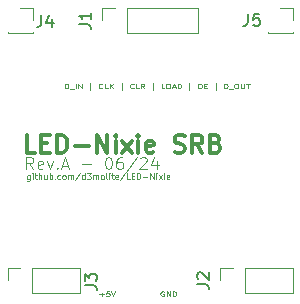
<source format=gbr>
%TF.GenerationSoftware,KiCad,Pcbnew,8.0.3*%
%TF.CreationDate,2024-07-13T19:45:59+02:00*%
%TF.ProjectId,Shift Register Board,53686966-7420-4526-9567-697374657220,rev?*%
%TF.SameCoordinates,Original*%
%TF.FileFunction,Legend,Top*%
%TF.FilePolarity,Positive*%
%FSLAX46Y46*%
G04 Gerber Fmt 4.6, Leading zero omitted, Abs format (unit mm)*
G04 Created by KiCad (PCBNEW 8.0.3) date 2024-07-13 19:45:59*
%MOMM*%
%LPD*%
G01*
G04 APERTURE LIST*
%ADD10C,0.100000*%
%ADD11C,0.300000*%
%ADD12C,0.150000*%
%ADD13C,0.120000*%
G04 APERTURE END LIST*
D10*
X64146741Y-84864895D02*
X64099122Y-84845847D01*
X64099122Y-84845847D02*
X64027693Y-84845847D01*
X64027693Y-84845847D02*
X63956265Y-84864895D01*
X63956265Y-84864895D02*
X63908646Y-84902990D01*
X63908646Y-84902990D02*
X63884836Y-84941085D01*
X63884836Y-84941085D02*
X63861027Y-85017276D01*
X63861027Y-85017276D02*
X63861027Y-85074419D01*
X63861027Y-85074419D02*
X63884836Y-85150609D01*
X63884836Y-85150609D02*
X63908646Y-85188704D01*
X63908646Y-85188704D02*
X63956265Y-85226800D01*
X63956265Y-85226800D02*
X64027693Y-85245847D01*
X64027693Y-85245847D02*
X64075312Y-85245847D01*
X64075312Y-85245847D02*
X64146741Y-85226800D01*
X64146741Y-85226800D02*
X64170550Y-85207752D01*
X64170550Y-85207752D02*
X64170550Y-85074419D01*
X64170550Y-85074419D02*
X64075312Y-85074419D01*
X64384836Y-85245847D02*
X64384836Y-84845847D01*
X64384836Y-84845847D02*
X64670550Y-85245847D01*
X64670550Y-85245847D02*
X64670550Y-84845847D01*
X64908646Y-85245847D02*
X64908646Y-84845847D01*
X64908646Y-84845847D02*
X65027694Y-84845847D01*
X65027694Y-84845847D02*
X65099122Y-84864895D01*
X65099122Y-84864895D02*
X65146741Y-84902990D01*
X65146741Y-84902990D02*
X65170551Y-84941085D01*
X65170551Y-84941085D02*
X65194360Y-85017276D01*
X65194360Y-85017276D02*
X65194360Y-85074419D01*
X65194360Y-85074419D02*
X65170551Y-85150609D01*
X65170551Y-85150609D02*
X65146741Y-85188704D01*
X65146741Y-85188704D02*
X65099122Y-85226800D01*
X65099122Y-85226800D02*
X65027694Y-85245847D01*
X65027694Y-85245847D02*
X64908646Y-85245847D01*
X58684836Y-85093466D02*
X59065789Y-85093466D01*
X58875312Y-85245847D02*
X58875312Y-84941085D01*
X59541979Y-84845847D02*
X59303884Y-84845847D01*
X59303884Y-84845847D02*
X59280075Y-85036323D01*
X59280075Y-85036323D02*
X59303884Y-85017276D01*
X59303884Y-85017276D02*
X59351503Y-84998228D01*
X59351503Y-84998228D02*
X59470551Y-84998228D01*
X59470551Y-84998228D02*
X59518170Y-85017276D01*
X59518170Y-85017276D02*
X59541979Y-85036323D01*
X59541979Y-85036323D02*
X59565789Y-85074419D01*
X59565789Y-85074419D02*
X59565789Y-85169657D01*
X59565789Y-85169657D02*
X59541979Y-85207752D01*
X59541979Y-85207752D02*
X59518170Y-85226800D01*
X59518170Y-85226800D02*
X59470551Y-85245847D01*
X59470551Y-85245847D02*
X59351503Y-85245847D01*
X59351503Y-85245847D02*
X59303884Y-85226800D01*
X59303884Y-85226800D02*
X59280075Y-85207752D01*
X59708646Y-84845847D02*
X59875312Y-85245847D01*
X59875312Y-85245847D02*
X60041979Y-84845847D01*
X55784836Y-67645847D02*
X55784836Y-67245847D01*
X55784836Y-67245847D02*
X55903884Y-67245847D01*
X55903884Y-67245847D02*
X55975312Y-67264895D01*
X55975312Y-67264895D02*
X56022931Y-67302990D01*
X56022931Y-67302990D02*
X56046741Y-67341085D01*
X56046741Y-67341085D02*
X56070550Y-67417276D01*
X56070550Y-67417276D02*
X56070550Y-67474419D01*
X56070550Y-67474419D02*
X56046741Y-67550609D01*
X56046741Y-67550609D02*
X56022931Y-67588704D01*
X56022931Y-67588704D02*
X55975312Y-67626800D01*
X55975312Y-67626800D02*
X55903884Y-67645847D01*
X55903884Y-67645847D02*
X55784836Y-67645847D01*
X56165789Y-67683942D02*
X56546741Y-67683942D01*
X56665788Y-67645847D02*
X56665788Y-67245847D01*
X56903883Y-67645847D02*
X56903883Y-67245847D01*
X56903883Y-67245847D02*
X57189597Y-67645847D01*
X57189597Y-67645847D02*
X57189597Y-67245847D01*
X57927693Y-67779180D02*
X57927693Y-67207752D01*
X58951501Y-67607752D02*
X58927692Y-67626800D01*
X58927692Y-67626800D02*
X58856263Y-67645847D01*
X58856263Y-67645847D02*
X58808644Y-67645847D01*
X58808644Y-67645847D02*
X58737216Y-67626800D01*
X58737216Y-67626800D02*
X58689597Y-67588704D01*
X58689597Y-67588704D02*
X58665787Y-67550609D01*
X58665787Y-67550609D02*
X58641978Y-67474419D01*
X58641978Y-67474419D02*
X58641978Y-67417276D01*
X58641978Y-67417276D02*
X58665787Y-67341085D01*
X58665787Y-67341085D02*
X58689597Y-67302990D01*
X58689597Y-67302990D02*
X58737216Y-67264895D01*
X58737216Y-67264895D02*
X58808644Y-67245847D01*
X58808644Y-67245847D02*
X58856263Y-67245847D01*
X58856263Y-67245847D02*
X58927692Y-67264895D01*
X58927692Y-67264895D02*
X58951501Y-67283942D01*
X59403882Y-67645847D02*
X59165787Y-67645847D01*
X59165787Y-67645847D02*
X59165787Y-67245847D01*
X59570549Y-67645847D02*
X59570549Y-67245847D01*
X59856263Y-67645847D02*
X59641978Y-67417276D01*
X59856263Y-67245847D02*
X59570549Y-67474419D01*
X60570549Y-67779180D02*
X60570549Y-67207752D01*
X61594357Y-67607752D02*
X61570548Y-67626800D01*
X61570548Y-67626800D02*
X61499119Y-67645847D01*
X61499119Y-67645847D02*
X61451500Y-67645847D01*
X61451500Y-67645847D02*
X61380072Y-67626800D01*
X61380072Y-67626800D02*
X61332453Y-67588704D01*
X61332453Y-67588704D02*
X61308643Y-67550609D01*
X61308643Y-67550609D02*
X61284834Y-67474419D01*
X61284834Y-67474419D02*
X61284834Y-67417276D01*
X61284834Y-67417276D02*
X61308643Y-67341085D01*
X61308643Y-67341085D02*
X61332453Y-67302990D01*
X61332453Y-67302990D02*
X61380072Y-67264895D01*
X61380072Y-67264895D02*
X61451500Y-67245847D01*
X61451500Y-67245847D02*
X61499119Y-67245847D01*
X61499119Y-67245847D02*
X61570548Y-67264895D01*
X61570548Y-67264895D02*
X61594357Y-67283942D01*
X62046738Y-67645847D02*
X61808643Y-67645847D01*
X61808643Y-67645847D02*
X61808643Y-67245847D01*
X62499119Y-67645847D02*
X62332453Y-67455371D01*
X62213405Y-67645847D02*
X62213405Y-67245847D01*
X62213405Y-67245847D02*
X62403881Y-67245847D01*
X62403881Y-67245847D02*
X62451500Y-67264895D01*
X62451500Y-67264895D02*
X62475310Y-67283942D01*
X62475310Y-67283942D02*
X62499119Y-67322038D01*
X62499119Y-67322038D02*
X62499119Y-67379180D01*
X62499119Y-67379180D02*
X62475310Y-67417276D01*
X62475310Y-67417276D02*
X62451500Y-67436323D01*
X62451500Y-67436323D02*
X62403881Y-67455371D01*
X62403881Y-67455371D02*
X62213405Y-67455371D01*
X63213405Y-67779180D02*
X63213405Y-67207752D01*
X64189594Y-67645847D02*
X63951499Y-67645847D01*
X63951499Y-67645847D02*
X63951499Y-67245847D01*
X64451499Y-67245847D02*
X64546737Y-67245847D01*
X64546737Y-67245847D02*
X64594356Y-67264895D01*
X64594356Y-67264895D02*
X64641975Y-67302990D01*
X64641975Y-67302990D02*
X64665785Y-67379180D01*
X64665785Y-67379180D02*
X64665785Y-67512514D01*
X64665785Y-67512514D02*
X64641975Y-67588704D01*
X64641975Y-67588704D02*
X64594356Y-67626800D01*
X64594356Y-67626800D02*
X64546737Y-67645847D01*
X64546737Y-67645847D02*
X64451499Y-67645847D01*
X64451499Y-67645847D02*
X64403880Y-67626800D01*
X64403880Y-67626800D02*
X64356261Y-67588704D01*
X64356261Y-67588704D02*
X64332452Y-67512514D01*
X64332452Y-67512514D02*
X64332452Y-67379180D01*
X64332452Y-67379180D02*
X64356261Y-67302990D01*
X64356261Y-67302990D02*
X64403880Y-67264895D01*
X64403880Y-67264895D02*
X64451499Y-67245847D01*
X64856262Y-67531561D02*
X65094357Y-67531561D01*
X64808643Y-67645847D02*
X64975309Y-67245847D01*
X64975309Y-67245847D02*
X65141976Y-67645847D01*
X65308642Y-67645847D02*
X65308642Y-67245847D01*
X65308642Y-67245847D02*
X65427690Y-67245847D01*
X65427690Y-67245847D02*
X65499118Y-67264895D01*
X65499118Y-67264895D02*
X65546737Y-67302990D01*
X65546737Y-67302990D02*
X65570547Y-67341085D01*
X65570547Y-67341085D02*
X65594356Y-67417276D01*
X65594356Y-67417276D02*
X65594356Y-67474419D01*
X65594356Y-67474419D02*
X65570547Y-67550609D01*
X65570547Y-67550609D02*
X65546737Y-67588704D01*
X65546737Y-67588704D02*
X65499118Y-67626800D01*
X65499118Y-67626800D02*
X65427690Y-67645847D01*
X65427690Y-67645847D02*
X65308642Y-67645847D01*
X66308642Y-67779180D02*
X66308642Y-67207752D01*
X67141974Y-67245847D02*
X67237212Y-67245847D01*
X67237212Y-67245847D02*
X67284831Y-67264895D01*
X67284831Y-67264895D02*
X67332450Y-67302990D01*
X67332450Y-67302990D02*
X67356260Y-67379180D01*
X67356260Y-67379180D02*
X67356260Y-67512514D01*
X67356260Y-67512514D02*
X67332450Y-67588704D01*
X67332450Y-67588704D02*
X67284831Y-67626800D01*
X67284831Y-67626800D02*
X67237212Y-67645847D01*
X67237212Y-67645847D02*
X67141974Y-67645847D01*
X67141974Y-67645847D02*
X67094355Y-67626800D01*
X67094355Y-67626800D02*
X67046736Y-67588704D01*
X67046736Y-67588704D02*
X67022927Y-67512514D01*
X67022927Y-67512514D02*
X67022927Y-67379180D01*
X67022927Y-67379180D02*
X67046736Y-67302990D01*
X67046736Y-67302990D02*
X67094355Y-67264895D01*
X67094355Y-67264895D02*
X67141974Y-67245847D01*
X67570546Y-67436323D02*
X67737213Y-67436323D01*
X67808641Y-67645847D02*
X67570546Y-67645847D01*
X67570546Y-67645847D02*
X67570546Y-67245847D01*
X67570546Y-67245847D02*
X67808641Y-67245847D01*
X68522927Y-67779180D02*
X68522927Y-67207752D01*
X69261021Y-67645847D02*
X69261021Y-67245847D01*
X69261021Y-67245847D02*
X69380069Y-67245847D01*
X69380069Y-67245847D02*
X69451497Y-67264895D01*
X69451497Y-67264895D02*
X69499116Y-67302990D01*
X69499116Y-67302990D02*
X69522926Y-67341085D01*
X69522926Y-67341085D02*
X69546735Y-67417276D01*
X69546735Y-67417276D02*
X69546735Y-67474419D01*
X69546735Y-67474419D02*
X69522926Y-67550609D01*
X69522926Y-67550609D02*
X69499116Y-67588704D01*
X69499116Y-67588704D02*
X69451497Y-67626800D01*
X69451497Y-67626800D02*
X69380069Y-67645847D01*
X69380069Y-67645847D02*
X69261021Y-67645847D01*
X69641974Y-67683942D02*
X70022926Y-67683942D01*
X70237211Y-67245847D02*
X70332449Y-67245847D01*
X70332449Y-67245847D02*
X70380068Y-67264895D01*
X70380068Y-67264895D02*
X70427687Y-67302990D01*
X70427687Y-67302990D02*
X70451497Y-67379180D01*
X70451497Y-67379180D02*
X70451497Y-67512514D01*
X70451497Y-67512514D02*
X70427687Y-67588704D01*
X70427687Y-67588704D02*
X70380068Y-67626800D01*
X70380068Y-67626800D02*
X70332449Y-67645847D01*
X70332449Y-67645847D02*
X70237211Y-67645847D01*
X70237211Y-67645847D02*
X70189592Y-67626800D01*
X70189592Y-67626800D02*
X70141973Y-67588704D01*
X70141973Y-67588704D02*
X70118164Y-67512514D01*
X70118164Y-67512514D02*
X70118164Y-67379180D01*
X70118164Y-67379180D02*
X70141973Y-67302990D01*
X70141973Y-67302990D02*
X70189592Y-67264895D01*
X70189592Y-67264895D02*
X70237211Y-67245847D01*
X70665783Y-67245847D02*
X70665783Y-67569657D01*
X70665783Y-67569657D02*
X70689593Y-67607752D01*
X70689593Y-67607752D02*
X70713402Y-67626800D01*
X70713402Y-67626800D02*
X70761021Y-67645847D01*
X70761021Y-67645847D02*
X70856259Y-67645847D01*
X70856259Y-67645847D02*
X70903878Y-67626800D01*
X70903878Y-67626800D02*
X70927688Y-67607752D01*
X70927688Y-67607752D02*
X70951497Y-67569657D01*
X70951497Y-67569657D02*
X70951497Y-67245847D01*
X71118165Y-67245847D02*
X71403879Y-67245847D01*
X71261022Y-67645847D02*
X71261022Y-67245847D01*
D11*
X53268796Y-73100828D02*
X52554510Y-73100828D01*
X52554510Y-73100828D02*
X52554510Y-71600828D01*
X53768796Y-72315114D02*
X54268796Y-72315114D01*
X54483082Y-73100828D02*
X53768796Y-73100828D01*
X53768796Y-73100828D02*
X53768796Y-71600828D01*
X53768796Y-71600828D02*
X54483082Y-71600828D01*
X55125939Y-73100828D02*
X55125939Y-71600828D01*
X55125939Y-71600828D02*
X55483082Y-71600828D01*
X55483082Y-71600828D02*
X55697368Y-71672257D01*
X55697368Y-71672257D02*
X55840225Y-71815114D01*
X55840225Y-71815114D02*
X55911654Y-71957971D01*
X55911654Y-71957971D02*
X55983082Y-72243685D01*
X55983082Y-72243685D02*
X55983082Y-72457971D01*
X55983082Y-72457971D02*
X55911654Y-72743685D01*
X55911654Y-72743685D02*
X55840225Y-72886542D01*
X55840225Y-72886542D02*
X55697368Y-73029400D01*
X55697368Y-73029400D02*
X55483082Y-73100828D01*
X55483082Y-73100828D02*
X55125939Y-73100828D01*
X56625939Y-72529400D02*
X57768797Y-72529400D01*
X58483082Y-73100828D02*
X58483082Y-71600828D01*
X58483082Y-71600828D02*
X59340225Y-73100828D01*
X59340225Y-73100828D02*
X59340225Y-71600828D01*
X60054511Y-73100828D02*
X60054511Y-72100828D01*
X60054511Y-71600828D02*
X59983083Y-71672257D01*
X59983083Y-71672257D02*
X60054511Y-71743685D01*
X60054511Y-71743685D02*
X60125940Y-71672257D01*
X60125940Y-71672257D02*
X60054511Y-71600828D01*
X60054511Y-71600828D02*
X60054511Y-71743685D01*
X60625940Y-73100828D02*
X61411655Y-72100828D01*
X60625940Y-72100828D02*
X61411655Y-73100828D01*
X61983083Y-73100828D02*
X61983083Y-72100828D01*
X61983083Y-71600828D02*
X61911655Y-71672257D01*
X61911655Y-71672257D02*
X61983083Y-71743685D01*
X61983083Y-71743685D02*
X62054512Y-71672257D01*
X62054512Y-71672257D02*
X61983083Y-71600828D01*
X61983083Y-71600828D02*
X61983083Y-71743685D01*
X63268798Y-73029400D02*
X63125941Y-73100828D01*
X63125941Y-73100828D02*
X62840227Y-73100828D01*
X62840227Y-73100828D02*
X62697369Y-73029400D01*
X62697369Y-73029400D02*
X62625941Y-72886542D01*
X62625941Y-72886542D02*
X62625941Y-72315114D01*
X62625941Y-72315114D02*
X62697369Y-72172257D01*
X62697369Y-72172257D02*
X62840227Y-72100828D01*
X62840227Y-72100828D02*
X63125941Y-72100828D01*
X63125941Y-72100828D02*
X63268798Y-72172257D01*
X63268798Y-72172257D02*
X63340227Y-72315114D01*
X63340227Y-72315114D02*
X63340227Y-72457971D01*
X63340227Y-72457971D02*
X62625941Y-72600828D01*
X65054512Y-73029400D02*
X65268798Y-73100828D01*
X65268798Y-73100828D02*
X65625940Y-73100828D01*
X65625940Y-73100828D02*
X65768798Y-73029400D01*
X65768798Y-73029400D02*
X65840226Y-72957971D01*
X65840226Y-72957971D02*
X65911655Y-72815114D01*
X65911655Y-72815114D02*
X65911655Y-72672257D01*
X65911655Y-72672257D02*
X65840226Y-72529400D01*
X65840226Y-72529400D02*
X65768798Y-72457971D01*
X65768798Y-72457971D02*
X65625940Y-72386542D01*
X65625940Y-72386542D02*
X65340226Y-72315114D01*
X65340226Y-72315114D02*
X65197369Y-72243685D01*
X65197369Y-72243685D02*
X65125940Y-72172257D01*
X65125940Y-72172257D02*
X65054512Y-72029400D01*
X65054512Y-72029400D02*
X65054512Y-71886542D01*
X65054512Y-71886542D02*
X65125940Y-71743685D01*
X65125940Y-71743685D02*
X65197369Y-71672257D01*
X65197369Y-71672257D02*
X65340226Y-71600828D01*
X65340226Y-71600828D02*
X65697369Y-71600828D01*
X65697369Y-71600828D02*
X65911655Y-71672257D01*
X67411654Y-73100828D02*
X66911654Y-72386542D01*
X66554511Y-73100828D02*
X66554511Y-71600828D01*
X66554511Y-71600828D02*
X67125940Y-71600828D01*
X67125940Y-71600828D02*
X67268797Y-71672257D01*
X67268797Y-71672257D02*
X67340226Y-71743685D01*
X67340226Y-71743685D02*
X67411654Y-71886542D01*
X67411654Y-71886542D02*
X67411654Y-72100828D01*
X67411654Y-72100828D02*
X67340226Y-72243685D01*
X67340226Y-72243685D02*
X67268797Y-72315114D01*
X67268797Y-72315114D02*
X67125940Y-72386542D01*
X67125940Y-72386542D02*
X66554511Y-72386542D01*
X68554511Y-72315114D02*
X68768797Y-72386542D01*
X68768797Y-72386542D02*
X68840226Y-72457971D01*
X68840226Y-72457971D02*
X68911654Y-72600828D01*
X68911654Y-72600828D02*
X68911654Y-72815114D01*
X68911654Y-72815114D02*
X68840226Y-72957971D01*
X68840226Y-72957971D02*
X68768797Y-73029400D01*
X68768797Y-73029400D02*
X68625940Y-73100828D01*
X68625940Y-73100828D02*
X68054511Y-73100828D01*
X68054511Y-73100828D02*
X68054511Y-71600828D01*
X68054511Y-71600828D02*
X68554511Y-71600828D01*
X68554511Y-71600828D02*
X68697369Y-71672257D01*
X68697369Y-71672257D02*
X68768797Y-71743685D01*
X68768797Y-71743685D02*
X68840226Y-71886542D01*
X68840226Y-71886542D02*
X68840226Y-72029400D01*
X68840226Y-72029400D02*
X68768797Y-72172257D01*
X68768797Y-72172257D02*
X68697369Y-72243685D01*
X68697369Y-72243685D02*
X68554511Y-72315114D01*
X68554511Y-72315114D02*
X68054511Y-72315114D01*
D10*
X53075312Y-74472419D02*
X52741979Y-73996228D01*
X52503884Y-74472419D02*
X52503884Y-73472419D01*
X52503884Y-73472419D02*
X52884836Y-73472419D01*
X52884836Y-73472419D02*
X52980074Y-73520038D01*
X52980074Y-73520038D02*
X53027693Y-73567657D01*
X53027693Y-73567657D02*
X53075312Y-73662895D01*
X53075312Y-73662895D02*
X53075312Y-73805752D01*
X53075312Y-73805752D02*
X53027693Y-73900990D01*
X53027693Y-73900990D02*
X52980074Y-73948609D01*
X52980074Y-73948609D02*
X52884836Y-73996228D01*
X52884836Y-73996228D02*
X52503884Y-73996228D01*
X53884836Y-74424800D02*
X53789598Y-74472419D01*
X53789598Y-74472419D02*
X53599122Y-74472419D01*
X53599122Y-74472419D02*
X53503884Y-74424800D01*
X53503884Y-74424800D02*
X53456265Y-74329561D01*
X53456265Y-74329561D02*
X53456265Y-73948609D01*
X53456265Y-73948609D02*
X53503884Y-73853371D01*
X53503884Y-73853371D02*
X53599122Y-73805752D01*
X53599122Y-73805752D02*
X53789598Y-73805752D01*
X53789598Y-73805752D02*
X53884836Y-73853371D01*
X53884836Y-73853371D02*
X53932455Y-73948609D01*
X53932455Y-73948609D02*
X53932455Y-74043847D01*
X53932455Y-74043847D02*
X53456265Y-74139085D01*
X54265789Y-73805752D02*
X54503884Y-74472419D01*
X54503884Y-74472419D02*
X54741979Y-73805752D01*
X55122932Y-74377180D02*
X55170551Y-74424800D01*
X55170551Y-74424800D02*
X55122932Y-74472419D01*
X55122932Y-74472419D02*
X55075313Y-74424800D01*
X55075313Y-74424800D02*
X55122932Y-74377180D01*
X55122932Y-74377180D02*
X55122932Y-74472419D01*
X55551503Y-74186704D02*
X56027693Y-74186704D01*
X55456265Y-74472419D02*
X55789598Y-73472419D01*
X55789598Y-73472419D02*
X56122931Y-74472419D01*
X57218170Y-74091466D02*
X57980075Y-74091466D01*
X59408646Y-73472419D02*
X59503884Y-73472419D01*
X59503884Y-73472419D02*
X59599122Y-73520038D01*
X59599122Y-73520038D02*
X59646741Y-73567657D01*
X59646741Y-73567657D02*
X59694360Y-73662895D01*
X59694360Y-73662895D02*
X59741979Y-73853371D01*
X59741979Y-73853371D02*
X59741979Y-74091466D01*
X59741979Y-74091466D02*
X59694360Y-74281942D01*
X59694360Y-74281942D02*
X59646741Y-74377180D01*
X59646741Y-74377180D02*
X59599122Y-74424800D01*
X59599122Y-74424800D02*
X59503884Y-74472419D01*
X59503884Y-74472419D02*
X59408646Y-74472419D01*
X59408646Y-74472419D02*
X59313408Y-74424800D01*
X59313408Y-74424800D02*
X59265789Y-74377180D01*
X59265789Y-74377180D02*
X59218170Y-74281942D01*
X59218170Y-74281942D02*
X59170551Y-74091466D01*
X59170551Y-74091466D02*
X59170551Y-73853371D01*
X59170551Y-73853371D02*
X59218170Y-73662895D01*
X59218170Y-73662895D02*
X59265789Y-73567657D01*
X59265789Y-73567657D02*
X59313408Y-73520038D01*
X59313408Y-73520038D02*
X59408646Y-73472419D01*
X60599122Y-73472419D02*
X60408646Y-73472419D01*
X60408646Y-73472419D02*
X60313408Y-73520038D01*
X60313408Y-73520038D02*
X60265789Y-73567657D01*
X60265789Y-73567657D02*
X60170551Y-73710514D01*
X60170551Y-73710514D02*
X60122932Y-73900990D01*
X60122932Y-73900990D02*
X60122932Y-74281942D01*
X60122932Y-74281942D02*
X60170551Y-74377180D01*
X60170551Y-74377180D02*
X60218170Y-74424800D01*
X60218170Y-74424800D02*
X60313408Y-74472419D01*
X60313408Y-74472419D02*
X60503884Y-74472419D01*
X60503884Y-74472419D02*
X60599122Y-74424800D01*
X60599122Y-74424800D02*
X60646741Y-74377180D01*
X60646741Y-74377180D02*
X60694360Y-74281942D01*
X60694360Y-74281942D02*
X60694360Y-74043847D01*
X60694360Y-74043847D02*
X60646741Y-73948609D01*
X60646741Y-73948609D02*
X60599122Y-73900990D01*
X60599122Y-73900990D02*
X60503884Y-73853371D01*
X60503884Y-73853371D02*
X60313408Y-73853371D01*
X60313408Y-73853371D02*
X60218170Y-73900990D01*
X60218170Y-73900990D02*
X60170551Y-73948609D01*
X60170551Y-73948609D02*
X60122932Y-74043847D01*
X61837217Y-73424800D02*
X60980075Y-74710514D01*
X62122932Y-73567657D02*
X62170551Y-73520038D01*
X62170551Y-73520038D02*
X62265789Y-73472419D01*
X62265789Y-73472419D02*
X62503884Y-73472419D01*
X62503884Y-73472419D02*
X62599122Y-73520038D01*
X62599122Y-73520038D02*
X62646741Y-73567657D01*
X62646741Y-73567657D02*
X62694360Y-73662895D01*
X62694360Y-73662895D02*
X62694360Y-73758133D01*
X62694360Y-73758133D02*
X62646741Y-73900990D01*
X62646741Y-73900990D02*
X62075313Y-74472419D01*
X62075313Y-74472419D02*
X62694360Y-74472419D01*
X63551503Y-73805752D02*
X63551503Y-74472419D01*
X63313408Y-73424800D02*
X63075313Y-74139085D01*
X63075313Y-74139085D02*
X63694360Y-74139085D01*
X52799122Y-75000276D02*
X52799122Y-75405038D01*
X52799122Y-75405038D02*
X52775312Y-75452657D01*
X52775312Y-75452657D02*
X52751503Y-75476466D01*
X52751503Y-75476466D02*
X52703884Y-75500276D01*
X52703884Y-75500276D02*
X52632455Y-75500276D01*
X52632455Y-75500276D02*
X52584836Y-75476466D01*
X52799122Y-75309800D02*
X52751503Y-75333609D01*
X52751503Y-75333609D02*
X52656265Y-75333609D01*
X52656265Y-75333609D02*
X52608646Y-75309800D01*
X52608646Y-75309800D02*
X52584836Y-75285990D01*
X52584836Y-75285990D02*
X52561027Y-75238371D01*
X52561027Y-75238371D02*
X52561027Y-75095514D01*
X52561027Y-75095514D02*
X52584836Y-75047895D01*
X52584836Y-75047895D02*
X52608646Y-75024085D01*
X52608646Y-75024085D02*
X52656265Y-75000276D01*
X52656265Y-75000276D02*
X52751503Y-75000276D01*
X52751503Y-75000276D02*
X52799122Y-75024085D01*
X53037217Y-75333609D02*
X53037217Y-75000276D01*
X53037217Y-74833609D02*
X53013408Y-74857419D01*
X53013408Y-74857419D02*
X53037217Y-74881228D01*
X53037217Y-74881228D02*
X53061027Y-74857419D01*
X53061027Y-74857419D02*
X53037217Y-74833609D01*
X53037217Y-74833609D02*
X53037217Y-74881228D01*
X53203884Y-75000276D02*
X53394360Y-75000276D01*
X53275312Y-74833609D02*
X53275312Y-75262180D01*
X53275312Y-75262180D02*
X53299122Y-75309800D01*
X53299122Y-75309800D02*
X53346741Y-75333609D01*
X53346741Y-75333609D02*
X53394360Y-75333609D01*
X53561026Y-75333609D02*
X53561026Y-74833609D01*
X53775312Y-75333609D02*
X53775312Y-75071704D01*
X53775312Y-75071704D02*
X53751502Y-75024085D01*
X53751502Y-75024085D02*
X53703883Y-75000276D01*
X53703883Y-75000276D02*
X53632455Y-75000276D01*
X53632455Y-75000276D02*
X53584836Y-75024085D01*
X53584836Y-75024085D02*
X53561026Y-75047895D01*
X54227693Y-75000276D02*
X54227693Y-75333609D01*
X54013407Y-75000276D02*
X54013407Y-75262180D01*
X54013407Y-75262180D02*
X54037217Y-75309800D01*
X54037217Y-75309800D02*
X54084836Y-75333609D01*
X54084836Y-75333609D02*
X54156264Y-75333609D01*
X54156264Y-75333609D02*
X54203883Y-75309800D01*
X54203883Y-75309800D02*
X54227693Y-75285990D01*
X54465788Y-75333609D02*
X54465788Y-74833609D01*
X54465788Y-75024085D02*
X54513407Y-75000276D01*
X54513407Y-75000276D02*
X54608645Y-75000276D01*
X54608645Y-75000276D02*
X54656264Y-75024085D01*
X54656264Y-75024085D02*
X54680074Y-75047895D01*
X54680074Y-75047895D02*
X54703883Y-75095514D01*
X54703883Y-75095514D02*
X54703883Y-75238371D01*
X54703883Y-75238371D02*
X54680074Y-75285990D01*
X54680074Y-75285990D02*
X54656264Y-75309800D01*
X54656264Y-75309800D02*
X54608645Y-75333609D01*
X54608645Y-75333609D02*
X54513407Y-75333609D01*
X54513407Y-75333609D02*
X54465788Y-75309800D01*
X54918169Y-75285990D02*
X54941979Y-75309800D01*
X54941979Y-75309800D02*
X54918169Y-75333609D01*
X54918169Y-75333609D02*
X54894360Y-75309800D01*
X54894360Y-75309800D02*
X54918169Y-75285990D01*
X54918169Y-75285990D02*
X54918169Y-75333609D01*
X55370550Y-75309800D02*
X55322931Y-75333609D01*
X55322931Y-75333609D02*
X55227693Y-75333609D01*
X55227693Y-75333609D02*
X55180074Y-75309800D01*
X55180074Y-75309800D02*
X55156264Y-75285990D01*
X55156264Y-75285990D02*
X55132455Y-75238371D01*
X55132455Y-75238371D02*
X55132455Y-75095514D01*
X55132455Y-75095514D02*
X55156264Y-75047895D01*
X55156264Y-75047895D02*
X55180074Y-75024085D01*
X55180074Y-75024085D02*
X55227693Y-75000276D01*
X55227693Y-75000276D02*
X55322931Y-75000276D01*
X55322931Y-75000276D02*
X55370550Y-75024085D01*
X55656264Y-75333609D02*
X55608645Y-75309800D01*
X55608645Y-75309800D02*
X55584835Y-75285990D01*
X55584835Y-75285990D02*
X55561026Y-75238371D01*
X55561026Y-75238371D02*
X55561026Y-75095514D01*
X55561026Y-75095514D02*
X55584835Y-75047895D01*
X55584835Y-75047895D02*
X55608645Y-75024085D01*
X55608645Y-75024085D02*
X55656264Y-75000276D01*
X55656264Y-75000276D02*
X55727692Y-75000276D01*
X55727692Y-75000276D02*
X55775311Y-75024085D01*
X55775311Y-75024085D02*
X55799121Y-75047895D01*
X55799121Y-75047895D02*
X55822930Y-75095514D01*
X55822930Y-75095514D02*
X55822930Y-75238371D01*
X55822930Y-75238371D02*
X55799121Y-75285990D01*
X55799121Y-75285990D02*
X55775311Y-75309800D01*
X55775311Y-75309800D02*
X55727692Y-75333609D01*
X55727692Y-75333609D02*
X55656264Y-75333609D01*
X56037216Y-75333609D02*
X56037216Y-75000276D01*
X56037216Y-75047895D02*
X56061026Y-75024085D01*
X56061026Y-75024085D02*
X56108645Y-75000276D01*
X56108645Y-75000276D02*
X56180073Y-75000276D01*
X56180073Y-75000276D02*
X56227692Y-75024085D01*
X56227692Y-75024085D02*
X56251502Y-75071704D01*
X56251502Y-75071704D02*
X56251502Y-75333609D01*
X56251502Y-75071704D02*
X56275311Y-75024085D01*
X56275311Y-75024085D02*
X56322930Y-75000276D01*
X56322930Y-75000276D02*
X56394359Y-75000276D01*
X56394359Y-75000276D02*
X56441978Y-75024085D01*
X56441978Y-75024085D02*
X56465788Y-75071704D01*
X56465788Y-75071704D02*
X56465788Y-75333609D01*
X57061026Y-74809800D02*
X56632455Y-75452657D01*
X57441979Y-75333609D02*
X57441979Y-74833609D01*
X57441979Y-75309800D02*
X57394360Y-75333609D01*
X57394360Y-75333609D02*
X57299122Y-75333609D01*
X57299122Y-75333609D02*
X57251503Y-75309800D01*
X57251503Y-75309800D02*
X57227693Y-75285990D01*
X57227693Y-75285990D02*
X57203884Y-75238371D01*
X57203884Y-75238371D02*
X57203884Y-75095514D01*
X57203884Y-75095514D02*
X57227693Y-75047895D01*
X57227693Y-75047895D02*
X57251503Y-75024085D01*
X57251503Y-75024085D02*
X57299122Y-75000276D01*
X57299122Y-75000276D02*
X57394360Y-75000276D01*
X57394360Y-75000276D02*
X57441979Y-75024085D01*
X57632455Y-74833609D02*
X57941979Y-74833609D01*
X57941979Y-74833609D02*
X57775312Y-75024085D01*
X57775312Y-75024085D02*
X57846741Y-75024085D01*
X57846741Y-75024085D02*
X57894360Y-75047895D01*
X57894360Y-75047895D02*
X57918169Y-75071704D01*
X57918169Y-75071704D02*
X57941979Y-75119323D01*
X57941979Y-75119323D02*
X57941979Y-75238371D01*
X57941979Y-75238371D02*
X57918169Y-75285990D01*
X57918169Y-75285990D02*
X57894360Y-75309800D01*
X57894360Y-75309800D02*
X57846741Y-75333609D01*
X57846741Y-75333609D02*
X57703884Y-75333609D01*
X57703884Y-75333609D02*
X57656265Y-75309800D01*
X57656265Y-75309800D02*
X57632455Y-75285990D01*
X58156264Y-75333609D02*
X58156264Y-75000276D01*
X58156264Y-75047895D02*
X58180074Y-75024085D01*
X58180074Y-75024085D02*
X58227693Y-75000276D01*
X58227693Y-75000276D02*
X58299121Y-75000276D01*
X58299121Y-75000276D02*
X58346740Y-75024085D01*
X58346740Y-75024085D02*
X58370550Y-75071704D01*
X58370550Y-75071704D02*
X58370550Y-75333609D01*
X58370550Y-75071704D02*
X58394359Y-75024085D01*
X58394359Y-75024085D02*
X58441978Y-75000276D01*
X58441978Y-75000276D02*
X58513407Y-75000276D01*
X58513407Y-75000276D02*
X58561026Y-75024085D01*
X58561026Y-75024085D02*
X58584836Y-75071704D01*
X58584836Y-75071704D02*
X58584836Y-75333609D01*
X58894360Y-75333609D02*
X58846741Y-75309800D01*
X58846741Y-75309800D02*
X58822931Y-75285990D01*
X58822931Y-75285990D02*
X58799122Y-75238371D01*
X58799122Y-75238371D02*
X58799122Y-75095514D01*
X58799122Y-75095514D02*
X58822931Y-75047895D01*
X58822931Y-75047895D02*
X58846741Y-75024085D01*
X58846741Y-75024085D02*
X58894360Y-75000276D01*
X58894360Y-75000276D02*
X58965788Y-75000276D01*
X58965788Y-75000276D02*
X59013407Y-75024085D01*
X59013407Y-75024085D02*
X59037217Y-75047895D01*
X59037217Y-75047895D02*
X59061026Y-75095514D01*
X59061026Y-75095514D02*
X59061026Y-75238371D01*
X59061026Y-75238371D02*
X59037217Y-75285990D01*
X59037217Y-75285990D02*
X59013407Y-75309800D01*
X59013407Y-75309800D02*
X58965788Y-75333609D01*
X58965788Y-75333609D02*
X58894360Y-75333609D01*
X59346741Y-75333609D02*
X59299122Y-75309800D01*
X59299122Y-75309800D02*
X59275312Y-75262180D01*
X59275312Y-75262180D02*
X59275312Y-74833609D01*
X59537217Y-75333609D02*
X59537217Y-75000276D01*
X59537217Y-74833609D02*
X59513408Y-74857419D01*
X59513408Y-74857419D02*
X59537217Y-74881228D01*
X59537217Y-74881228D02*
X59561027Y-74857419D01*
X59561027Y-74857419D02*
X59537217Y-74833609D01*
X59537217Y-74833609D02*
X59537217Y-74881228D01*
X59703884Y-75000276D02*
X59894360Y-75000276D01*
X59775312Y-74833609D02*
X59775312Y-75262180D01*
X59775312Y-75262180D02*
X59799122Y-75309800D01*
X59799122Y-75309800D02*
X59846741Y-75333609D01*
X59846741Y-75333609D02*
X59894360Y-75333609D01*
X60251502Y-75309800D02*
X60203883Y-75333609D01*
X60203883Y-75333609D02*
X60108645Y-75333609D01*
X60108645Y-75333609D02*
X60061026Y-75309800D01*
X60061026Y-75309800D02*
X60037217Y-75262180D01*
X60037217Y-75262180D02*
X60037217Y-75071704D01*
X60037217Y-75071704D02*
X60061026Y-75024085D01*
X60061026Y-75024085D02*
X60108645Y-75000276D01*
X60108645Y-75000276D02*
X60203883Y-75000276D01*
X60203883Y-75000276D02*
X60251502Y-75024085D01*
X60251502Y-75024085D02*
X60275312Y-75071704D01*
X60275312Y-75071704D02*
X60275312Y-75119323D01*
X60275312Y-75119323D02*
X60037217Y-75166942D01*
X60846740Y-74809800D02*
X60418169Y-75452657D01*
X61251502Y-75333609D02*
X61013407Y-75333609D01*
X61013407Y-75333609D02*
X61013407Y-74833609D01*
X61418169Y-75071704D02*
X61584836Y-75071704D01*
X61656264Y-75333609D02*
X61418169Y-75333609D01*
X61418169Y-75333609D02*
X61418169Y-74833609D01*
X61418169Y-74833609D02*
X61656264Y-74833609D01*
X61870550Y-75333609D02*
X61870550Y-74833609D01*
X61870550Y-74833609D02*
X61989598Y-74833609D01*
X61989598Y-74833609D02*
X62061026Y-74857419D01*
X62061026Y-74857419D02*
X62108645Y-74905038D01*
X62108645Y-74905038D02*
X62132455Y-74952657D01*
X62132455Y-74952657D02*
X62156264Y-75047895D01*
X62156264Y-75047895D02*
X62156264Y-75119323D01*
X62156264Y-75119323D02*
X62132455Y-75214561D01*
X62132455Y-75214561D02*
X62108645Y-75262180D01*
X62108645Y-75262180D02*
X62061026Y-75309800D01*
X62061026Y-75309800D02*
X61989598Y-75333609D01*
X61989598Y-75333609D02*
X61870550Y-75333609D01*
X62370550Y-75143133D02*
X62751503Y-75143133D01*
X62989598Y-75333609D02*
X62989598Y-74833609D01*
X62989598Y-74833609D02*
X63275312Y-75333609D01*
X63275312Y-75333609D02*
X63275312Y-74833609D01*
X63513408Y-75333609D02*
X63513408Y-75000276D01*
X63513408Y-74833609D02*
X63489599Y-74857419D01*
X63489599Y-74857419D02*
X63513408Y-74881228D01*
X63513408Y-74881228D02*
X63537218Y-74857419D01*
X63537218Y-74857419D02*
X63513408Y-74833609D01*
X63513408Y-74833609D02*
X63513408Y-74881228D01*
X63703884Y-75333609D02*
X63965789Y-75000276D01*
X63703884Y-75000276D02*
X63965789Y-75333609D01*
X64156265Y-75333609D02*
X64156265Y-75000276D01*
X64156265Y-74833609D02*
X64132456Y-74857419D01*
X64132456Y-74857419D02*
X64156265Y-74881228D01*
X64156265Y-74881228D02*
X64180075Y-74857419D01*
X64180075Y-74857419D02*
X64156265Y-74833609D01*
X64156265Y-74833609D02*
X64156265Y-74881228D01*
X64584836Y-75309800D02*
X64537217Y-75333609D01*
X64537217Y-75333609D02*
X64441979Y-75333609D01*
X64441979Y-75333609D02*
X64394360Y-75309800D01*
X64394360Y-75309800D02*
X64370551Y-75262180D01*
X64370551Y-75262180D02*
X64370551Y-75071704D01*
X64370551Y-75071704D02*
X64394360Y-75024085D01*
X64394360Y-75024085D02*
X64441979Y-75000276D01*
X64441979Y-75000276D02*
X64537217Y-75000276D01*
X64537217Y-75000276D02*
X64584836Y-75024085D01*
X64584836Y-75024085D02*
X64608646Y-75071704D01*
X64608646Y-75071704D02*
X64608646Y-75119323D01*
X64608646Y-75119323D02*
X64370551Y-75166942D01*
D12*
X71266666Y-61354819D02*
X71266666Y-62069104D01*
X71266666Y-62069104D02*
X71219047Y-62211961D01*
X71219047Y-62211961D02*
X71123809Y-62307200D01*
X71123809Y-62307200D02*
X70980952Y-62354819D01*
X70980952Y-62354819D02*
X70885714Y-62354819D01*
X72219047Y-61354819D02*
X71742857Y-61354819D01*
X71742857Y-61354819D02*
X71695238Y-61831009D01*
X71695238Y-61831009D02*
X71742857Y-61783390D01*
X71742857Y-61783390D02*
X71838095Y-61735771D01*
X71838095Y-61735771D02*
X72076190Y-61735771D01*
X72076190Y-61735771D02*
X72171428Y-61783390D01*
X72171428Y-61783390D02*
X72219047Y-61831009D01*
X72219047Y-61831009D02*
X72266666Y-61926247D01*
X72266666Y-61926247D02*
X72266666Y-62164342D01*
X72266666Y-62164342D02*
X72219047Y-62259580D01*
X72219047Y-62259580D02*
X72171428Y-62307200D01*
X72171428Y-62307200D02*
X72076190Y-62354819D01*
X72076190Y-62354819D02*
X71838095Y-62354819D01*
X71838095Y-62354819D02*
X71742857Y-62307200D01*
X71742857Y-62307200D02*
X71695238Y-62259580D01*
X53766666Y-61454819D02*
X53766666Y-62169104D01*
X53766666Y-62169104D02*
X53719047Y-62311961D01*
X53719047Y-62311961D02*
X53623809Y-62407200D01*
X53623809Y-62407200D02*
X53480952Y-62454819D01*
X53480952Y-62454819D02*
X53385714Y-62454819D01*
X54671428Y-61788152D02*
X54671428Y-62454819D01*
X54433333Y-61407200D02*
X54195238Y-62121485D01*
X54195238Y-62121485D02*
X54814285Y-62121485D01*
X66954819Y-84233333D02*
X67669104Y-84233333D01*
X67669104Y-84233333D02*
X67811961Y-84280952D01*
X67811961Y-84280952D02*
X67907200Y-84376190D01*
X67907200Y-84376190D02*
X67954819Y-84519047D01*
X67954819Y-84519047D02*
X67954819Y-84614285D01*
X67050057Y-83804761D02*
X67002438Y-83757142D01*
X67002438Y-83757142D02*
X66954819Y-83661904D01*
X66954819Y-83661904D02*
X66954819Y-83423809D01*
X66954819Y-83423809D02*
X67002438Y-83328571D01*
X67002438Y-83328571D02*
X67050057Y-83280952D01*
X67050057Y-83280952D02*
X67145295Y-83233333D01*
X67145295Y-83233333D02*
X67240533Y-83233333D01*
X67240533Y-83233333D02*
X67383390Y-83280952D01*
X67383390Y-83280952D02*
X67954819Y-83852380D01*
X67954819Y-83852380D02*
X67954819Y-83233333D01*
X56954818Y-62233333D02*
X57669103Y-62233333D01*
X57669103Y-62233333D02*
X57811960Y-62280952D01*
X57811960Y-62280952D02*
X57907199Y-62376190D01*
X57907199Y-62376190D02*
X57954818Y-62519047D01*
X57954818Y-62519047D02*
X57954818Y-62614285D01*
X57954818Y-61233333D02*
X57954818Y-61804761D01*
X57954818Y-61519047D02*
X56954818Y-61519047D01*
X56954818Y-61519047D02*
X57097675Y-61614285D01*
X57097675Y-61614285D02*
X57192913Y-61709523D01*
X57192913Y-61709523D02*
X57240532Y-61804761D01*
X57454819Y-84333333D02*
X58169104Y-84333333D01*
X58169104Y-84333333D02*
X58311961Y-84380952D01*
X58311961Y-84380952D02*
X58407200Y-84476190D01*
X58407200Y-84476190D02*
X58454819Y-84619047D01*
X58454819Y-84619047D02*
X58454819Y-84714285D01*
X57454819Y-83952380D02*
X57454819Y-83333333D01*
X57454819Y-83333333D02*
X57835771Y-83666666D01*
X57835771Y-83666666D02*
X57835771Y-83523809D01*
X57835771Y-83523809D02*
X57883390Y-83428571D01*
X57883390Y-83428571D02*
X57931009Y-83380952D01*
X57931009Y-83380952D02*
X58026247Y-83333333D01*
X58026247Y-83333333D02*
X58264342Y-83333333D01*
X58264342Y-83333333D02*
X58359580Y-83380952D01*
X58359580Y-83380952D02*
X58407200Y-83428571D01*
X58407200Y-83428571D02*
X58454819Y-83523809D01*
X58454819Y-83523809D02*
X58454819Y-83809523D01*
X58454819Y-83809523D02*
X58407200Y-83904761D01*
X58407200Y-83904761D02*
X58359580Y-83952380D01*
D13*
%TO.C,J5*%
X72940000Y-62840000D02*
X72940000Y-62960000D01*
X72940000Y-62960000D02*
X75060000Y-62960000D01*
X74000000Y-60840000D02*
X75060000Y-60840000D01*
X75060000Y-60840000D02*
X75060000Y-61900000D01*
X75060000Y-62840000D02*
X75060000Y-62960000D01*
%TO.C,J4*%
X50940000Y-62840000D02*
X50940000Y-62960000D01*
X50940000Y-62960000D02*
X53060000Y-62960000D01*
X52000000Y-60840000D02*
X53060000Y-60840000D01*
X53060000Y-60840000D02*
X53060000Y-61900000D01*
X53060000Y-62840000D02*
X53060000Y-62960000D01*
%TO.C,J2*%
X71000000Y-84960000D02*
X75060000Y-84960000D01*
X71000000Y-84960000D02*
X71000000Y-82840000D01*
X75060000Y-84960000D02*
X75060000Y-82840000D01*
X68940000Y-83900000D02*
X68940000Y-82840000D01*
X68940000Y-82840000D02*
X70000000Y-82840000D01*
X71000000Y-82840000D02*
X75060000Y-82840000D01*
%TO.C,J1*%
X60999999Y-62960000D02*
X67059999Y-62960000D01*
X60999999Y-62960000D02*
X60999999Y-60840000D01*
X67059999Y-62960000D02*
X67059999Y-60840000D01*
X58939999Y-61900000D02*
X58939999Y-60840000D01*
X58939999Y-60840000D02*
X59999999Y-60840000D01*
X60999999Y-60840000D02*
X67059999Y-60840000D01*
%TO.C,J3*%
X53000000Y-84960000D02*
X57060000Y-84960000D01*
X53000000Y-84960000D02*
X53000000Y-82840000D01*
X57060000Y-84960000D02*
X57060000Y-82840000D01*
X50940000Y-83900000D02*
X50940000Y-82840000D01*
X50940000Y-82840000D02*
X52000000Y-82840000D01*
X53000000Y-82840000D02*
X57060000Y-82840000D01*
%TD*%
M02*

</source>
